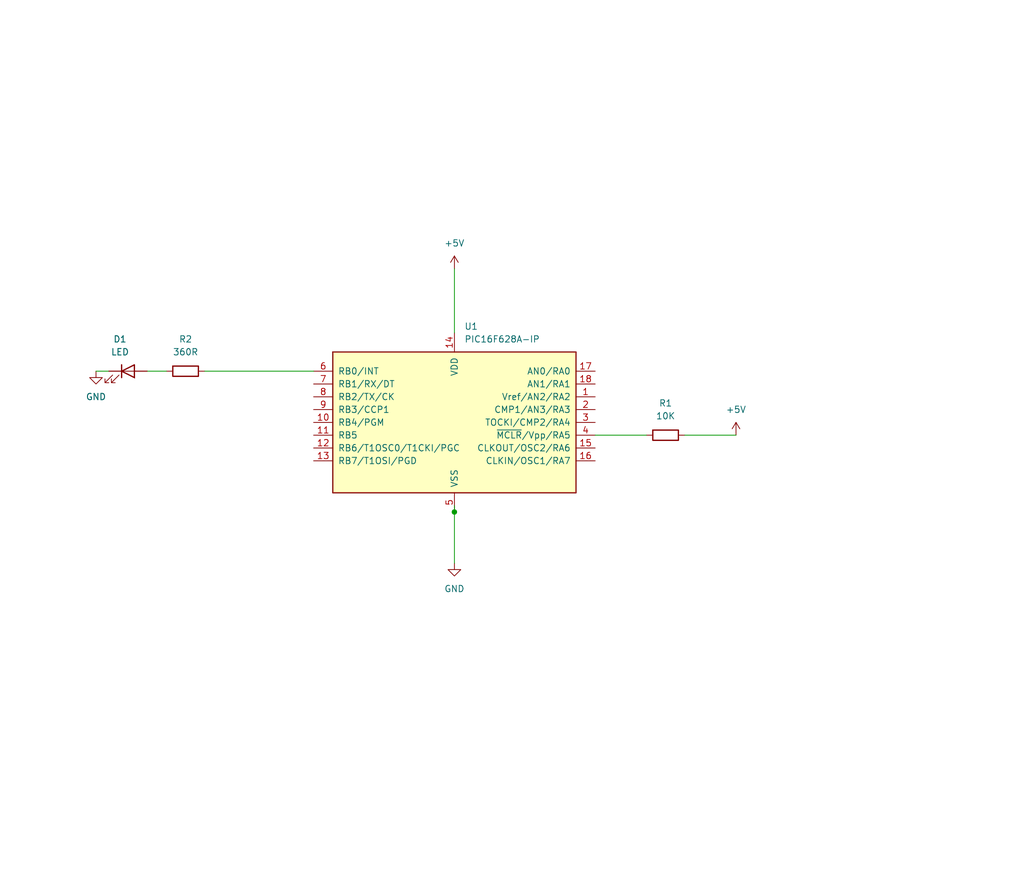
<source format=kicad_sch>
(kicad_sch (version 20230121) (generator eeschema)
  (paper "User" 203.2 177.8)
  (title_block (title "PIC16F628A for Beginners - 1") (company "Ricardo Lima Caratti") (comment 1 "A minimalist project to blink an LED using the PIC16F628A. "))
  (lib_symbols
    (symbol "Device:LED" (pin_numbers hide) (pin_names (offset 1.016) hide)
      (property "Reference" "D" (at 0 2.54 0))
      (property "Value" "LED" (at 0 -2.54 0))
      (symbol "LED_0_1"
        (polyline (pts (xy -1.27 -1.27) (xy -1.27 1.27)) (stroke (width 0.254)))
        (polyline (pts (xy -1.27 0) (xy 1.27 0)))
        (polyline (pts (xy 1.27 -1.27) (xy 1.27 1.27) (xy -1.27 0) (xy 1.27 -1.27)) (stroke (width 0.254)))
        (polyline (pts (xy -3.048 -0.762) (xy -4.572 -2.286) (xy -3.81 -2.286) (xy -4.572 -2.286) (xy -4.572 -1.524)))
        (polyline (pts (xy -1.778 -0.762) (xy -3.302 -2.286) (xy -2.54 -2.286) (xy -3.302 -2.286) (xy -3.302 -1.524)))
      )
      (symbol "LED_1_1"
        (pin passive line (at -3.81 0 0) (length 2.54) (name "K") (number "1"))
        (pin passive line (at 3.81 0 180) (length 2.54) (name "A") (number "2"))
      )
    )
    (symbol "Device:R" (pin_numbers hide) (pin_names (offset 0))
      (property "Reference" "R" (at 2.032 0 90))
      (property "Value" "R" (at 0 0 90))
      (symbol "R_0_1"
        (rectangle (start -1.016 -2.54) (end 1.016 2.54) (stroke (width 0.254)))
      )
      (symbol "R_1_1"
        (pin passive line (at 0 3.81 270) (length 1.27) (name "~") (number "1"))
        (pin passive line (at 0 -3.81 90) (length 1.27) (name "~") (number "2"))
      )
    )
    (symbol "MCU_Microchip_PIC16:PIC16F628A-IP" (pin_names (offset 1.016))
      (property "Reference" "U" (at -24.13 17.78 0))
      (property "Value" "PIC16F628A-IP" (at -24.13 15.24 0))
      (symbol "PIC16F628A-IP_0_1"
        (rectangle (start 24.13 13.97) (end -24.13 -13.97) (stroke (width 0.254)) (fill (type background)))
      )
      (symbol "PIC16F628A-IP_1_1"
        (pin bidirectional line (at 27.94 5.08 180) (length 3.81) (name "Vref/AN2/RA2") (number "1"))
        (pin bidirectional line (at -27.94 0 0) (length 3.81) (name "RB4/PGM") (number "10"))
        (pin bidirectional line (at -27.94 -2.54 0) (length 3.81) (name "RB5") (number "11"))
        (pin bidirectional line (at -27.94 -5.08 0) (length 3.81) (name "RB6/T1OSC0/T1CKI/PGC") (number "12"))
        (pin bidirectional line (at -27.94 -7.62 0) (length 3.81) (name "RB7/T1OSI/PGD") (number "13"))
        (pin power_in line (at 0 17.78 270) (length 3.81) (name "VDD") (number "14"))
        (pin bidirectional line (at 27.94 -5.08 180) (length 3.81) (name "CLKOUT/OSC2/RA6") (number "15"))
        (pin bidirectional line (at 27.94 -7.62 180) (length 3.81) (name "CLKIN/OSC1/RA7") (number "16"))
        (pin bidirectional line (at 27.94 10.16 180) (length 3.81) (name "AN0/RA0") (number "17"))
        (pin bidirectional line (at 27.94 7.62 180) (length 3.81) (name "AN1/RA1") (number "18"))
        (pin bidirectional line (at 27.94 2.54 180) (length 3.81) (name "CMP1/AN3/RA3") (number "2"))
        (pin bidirectional line (at 27.94 0 180) (length 3.81) (name "TOCKI/CMP2/RA4") (number "3"))
        (pin input line (at 27.94 -2.54 180) (length 3.81) (name "~{MCLR}/Vpp/RA5") (number "4"))
        (pin power_in line (at 0 -17.78 90) (length 3.81) (name "VSS") (number "5"))
        (pin bidirectional line (at -27.94 10.16 0) (length 3.81) (name "RB0/INT") (number "6"))
        (pin bidirectional line (at -27.94 7.62 0) (length 3.81) (name "RB1/RX/DT") (number "7"))
        (pin bidirectional line (at -27.94 5.08 0) (length 3.81) (name "RB2/TX/CK") (number "8"))
        (pin bidirectional line (at -27.94 2.54 0) (length 3.81) (name "RB3/CCP1") (number "9"))
      )
    )
    (symbol "power:+5V" (power) (pin_names (offset 0))
      (property "Value" "+5V" (at 0 3.556 0))
      (symbol "+5V_0_1"
        (polyline (pts (xy -0.762 1.27) (xy 0 2.54)))
        (polyline (pts (xy 0 0) (xy 0 2.54)))
        (polyline (pts (xy 0 2.54) (xy 0.762 1.27)))
      )
      (symbol "+5V_1_1"
        (pin power_in line (at 0 0 90) (length 0) hide (name "+5V") (number "1"))
      )
    )
    (symbol "power:GND" (power) (pin_names (offset 0))
      (property "Value" "GND" (at 0 -3.81 0))
      (symbol "GND_0_1"
        (polyline (pts (xy 0 0) (xy 0 -1.27) (xy 1.27 -1.27) (xy 0 -2.54) (xy -1.27 -1.27) (xy 0 -1.27)))
      )
      (symbol "GND_1_1"
        (pin power_in line (at 0 0 270) (length 0) hide (name "GND") (number "1"))
      )
    )
  )
  (junction (at 90.17 101.6))
  (wire (pts (xy 29.21 73.66) (xy 33.02 73.66)))
  (wire (pts (xy 40.64 73.66) (xy 62.23 73.66)))
  (wire (pts (xy 90.17 53.34) (xy 90.17 66.04)))
  (wire (pts (xy 90.17 100.33) (xy 90.17 101.6)))
  (wire (pts (xy 21.59 73.66) (xy 19.05 73.66)))
  (wire (pts (xy 90.17 101.6) (xy 90.17 111.76)))
  (wire (pts (xy 135.89 86.36) (xy 146.05 86.36)))
  (wire (pts (xy 118.11 86.36) (xy 128.27 86.36)))
  (symbol (lib_id "power:+5V") (at 90.17 53.34 0) (unit 1)
    (property "Reference" "#PWR01" (effects hide))
    (property "Value" "+5V" (at 90.17 48.26 0))
  )
  (symbol (lib_id "Device:R") (at 132.08 86.36 90) (unit 1)
    (property "Reference" "R1" (at 132.08 80.01 90))
    (property "Value" "10K" (at 132.08 82.55 90))
  )
  (symbol (lib_id "power:+5V") (at 146.05 86.36 0) (unit 1)
    (property "Reference" "#PWR04" (effects hide))
    (property "Value" "+5V" (at 146.05 81.28 0))
  )
  (symbol (lib_id "Device:R") (at 36.83 73.66 90) (unit 1)
    (property "Reference" "R2" (at 36.83 67.31 90))
    (property "Value" "360R" (at 36.83 69.85 90))
  )
  (symbol (lib_id "power:GND") (at 19.05 73.66 0) (unit 1)
    (property "Reference" "#PWR05" (effects hide))
    (property "Value" "GND" (at 19.05 78.74 0))
  )
  (symbol (lib_id "Device:LED") (at 25.4 73.66 0) (unit 1)
    (property "Reference" "D1" (at 23.8125 67.31 0))
    (property "Value" "LED" (at 23.8125 69.85 0))
  )
  (symbol (lib_id "power:GND") (at 90.17 111.76 0) (unit 1)
    (property "Reference" "#PWR02" (effects hide))
    (property "Value" "GND" (at 90.17 116.84 0))
  )
  (symbol (lib_id "MCU_Microchip_PIC16:PIC16F628A-IP") (at 90.17 83.82 0) (unit 1)
    (property "Reference" "U1" (at 92.1259 64.77 0) (effects (justify left)))
    (property "Value" "PIC16F628A-IP" (at 92.1259 67.31 0) (effects (justify left)))
    (property "Datasheet" "http://ww1.microchip.com/downloads/en/DeviceDoc/40300c.pdf" (effects hide))
  )
)
</source>
